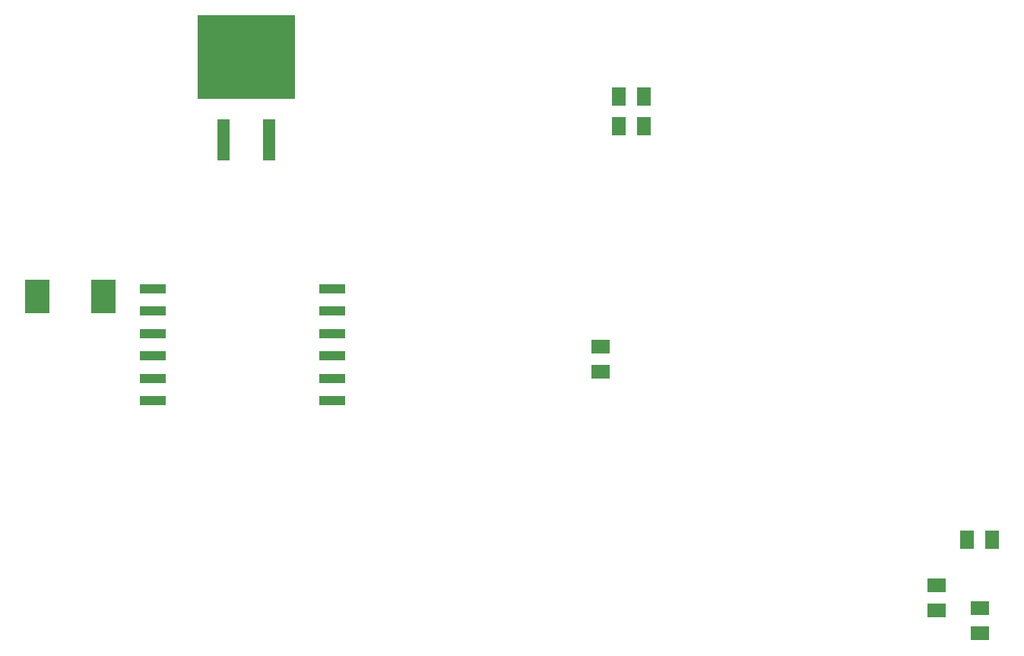
<source format=gbr>
G04 EAGLE Gerber RS-274X export*
G75*
%MOMM*%
%FSLAX34Y34*%
%LPD*%
%INSolderpaste Top*%
%IPPOS*%
%AMOC8*
5,1,8,0,0,1.08239X$1,22.5*%
G01*
%ADD10R,2.000000X1.600000*%
%ADD11R,1.600000X2.000000*%
%ADD12R,2.950000X1.000000*%
%ADD13R,2.800000X3.800000*%
%ADD14R,1.350000X4.600000*%
%ADD15R,10.800000X9.400000*%


D10*
X1294100Y263300D03*
X1294100Y235300D03*
X1245760Y288670D03*
X1245760Y260670D03*
D11*
X919610Y833300D03*
X891610Y833300D03*
X919760Y799950D03*
X891760Y799950D03*
D12*
X372840Y619110D03*
X372840Y594110D03*
X372840Y569110D03*
X372840Y544110D03*
X372840Y519110D03*
X372840Y494110D03*
X572340Y494110D03*
X572340Y519110D03*
X572340Y544110D03*
X572340Y569110D03*
X572340Y594110D03*
X572340Y619110D03*
D13*
X243480Y610120D03*
X317480Y610120D03*
D14*
X451120Y785180D03*
D15*
X476620Y876680D03*
D14*
X502120Y785180D03*
D10*
X871600Y554240D03*
X871600Y526240D03*
D11*
X1307420Y339360D03*
X1279420Y339360D03*
M02*

</source>
